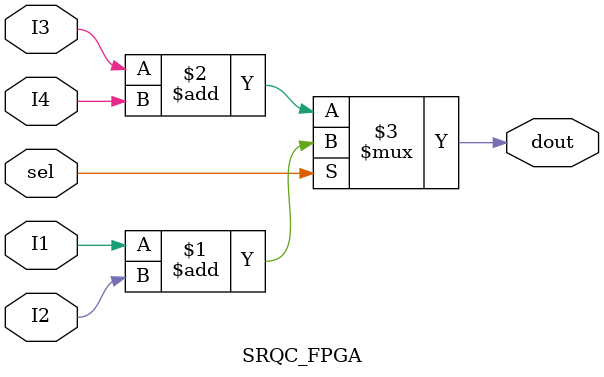
<source format=v>
module SRQC_FPGA(I1,I2,I3,I4,sel,dout);
	input I1,I2,I3,I4;
	input sel;
	output dout;
	
	assign dout = sel ? (I1+I2):(I3+I4);
	
endmodule

</source>
